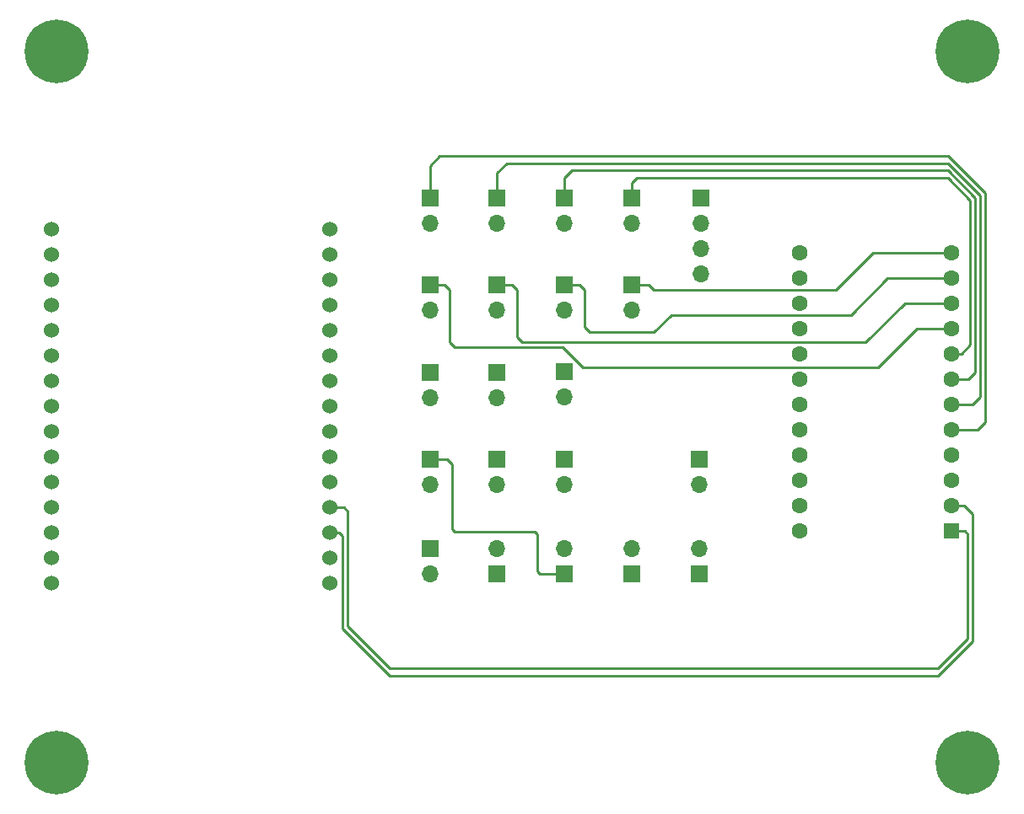
<source format=gbr>
%TF.GenerationSoftware,KiCad,Pcbnew,(6.0.1)*%
%TF.CreationDate,2023-02-06T14:24:32-05:00*%
%TF.ProjectId,Manette_JM,4d616e65-7474-4655-9f4a-4d2e6b696361,rev?*%
%TF.SameCoordinates,Original*%
%TF.FileFunction,Copper,L2,Inr*%
%TF.FilePolarity,Positive*%
%FSLAX46Y46*%
G04 Gerber Fmt 4.6, Leading zero omitted, Abs format (unit mm)*
G04 Created by KiCad (PCBNEW (6.0.1)) date 2023-02-06 14:24:32*
%MOMM*%
%LPD*%
G01*
G04 APERTURE LIST*
%TA.AperFunction,ComponentPad*%
%ADD10C,0.800000*%
%TD*%
%TA.AperFunction,ComponentPad*%
%ADD11C,6.400000*%
%TD*%
%TA.AperFunction,ComponentPad*%
%ADD12R,1.700000X1.700000*%
%TD*%
%TA.AperFunction,ComponentPad*%
%ADD13O,1.700000X1.700000*%
%TD*%
%TA.AperFunction,ComponentPad*%
%ADD14R,1.600000X1.600000*%
%TD*%
%TA.AperFunction,ComponentPad*%
%ADD15C,1.600000*%
%TD*%
%TA.AperFunction,ComponentPad*%
%ADD16C,1.524000*%
%TD*%
%TA.AperFunction,Conductor*%
%ADD17C,0.250000*%
%TD*%
G04 APERTURE END LIST*
D10*
%TO.N,unconnected-(H4-Pad1)*%
%TO.C,H4*%
X197250000Y-37350000D03*
X198947056Y-41447056D03*
X198947056Y-38052944D03*
X199650000Y-39750000D03*
D11*
X197250000Y-39750000D03*
D10*
X197250000Y-42150000D03*
X195552944Y-38052944D03*
X195552944Y-41447056D03*
X194850000Y-39750000D03*
%TD*%
%TO.N,unconnected-(H3-Pad1)*%
%TO.C,H3*%
X197250000Y-108850000D03*
X198947056Y-112947056D03*
X198947056Y-109552944D03*
X199650000Y-111250000D03*
D11*
X197250000Y-111250000D03*
D10*
X197250000Y-113650000D03*
X195552944Y-109552944D03*
X195552944Y-112947056D03*
X194850000Y-111250000D03*
%TD*%
%TO.N,unconnected-(H2-Pad1)*%
%TO.C,H2*%
X105750000Y-108850000D03*
X107447056Y-112947056D03*
X107447056Y-109552944D03*
X108150000Y-111250000D03*
D11*
X105750000Y-111250000D03*
D10*
X105750000Y-113650000D03*
X104052944Y-109552944D03*
X104052944Y-112947056D03*
X103350000Y-111250000D03*
%TD*%
%TO.N,unconnected-(H1-Pad1)*%
%TO.C,H1*%
X105750000Y-37350000D03*
X107447056Y-41447056D03*
X107447056Y-38052944D03*
X108150000Y-39750000D03*
D11*
X105750000Y-39750000D03*
D10*
X105750000Y-42150000D03*
X104052944Y-38052944D03*
X104052944Y-41447056D03*
X103350000Y-39750000D03*
%TD*%
D12*
%TO.N,Net-(J20-Pad1)*%
%TO.C,J20*%
X170250000Y-80750000D03*
D13*
%TO.N,GND*%
X170250000Y-83290000D03*
%TD*%
D12*
%TO.N,D3*%
%TO.C,J2*%
X150000000Y-54500000D03*
D13*
%TO.N,VCC*%
X150000000Y-57040000D03*
%TD*%
D12*
%TO.N,D16*%
%TO.C,J10*%
X150000000Y-72000000D03*
D13*
%TO.N,VCC*%
X150000000Y-74540000D03*
%TD*%
D14*
%TO.N,Net-(U1-Pad19)*%
%TO.C,U2*%
X195620000Y-87949999D03*
D15*
%TO.N,Net-(U1-Pad18)*%
X195620000Y-85409999D03*
%TO.N,GND*%
X195620000Y-82869999D03*
X195620000Y-80329999D03*
%TO.N,D2*%
X195620000Y-77789999D03*
%TO.N,D3*%
X195620000Y-75249999D03*
%TO.N,D4*%
X195620000Y-72709999D03*
%TO.N,D5*%
X195620000Y-70169999D03*
%TO.N,D6*%
X195620000Y-67629999D03*
%TO.N,D7*%
X195620000Y-65089999D03*
%TO.N,D8*%
X195620000Y-62549999D03*
%TO.N,D9*%
X195620000Y-60009999D03*
%TO.N,D10*%
X180380000Y-60009999D03*
%TO.N,D16*%
X180380000Y-62549999D03*
%TO.N,D14*%
X180380000Y-65089999D03*
%TO.N,D15*%
X180380000Y-67629999D03*
%TO.N,A0*%
X180380000Y-70169999D03*
%TO.N,A1*%
X180380000Y-72709999D03*
%TO.N,D20*%
X180380000Y-75249999D03*
%TO.N,D21*%
X180380000Y-77789999D03*
%TO.N,VCC*%
X180380000Y-80329999D03*
%TO.N,unconnected-(U2-Pad22)*%
X180380000Y-82869999D03*
%TO.N,GND*%
X180380000Y-85409999D03*
%TO.N,unconnected-(U2-Pad24)*%
X180380000Y-87949999D03*
%TD*%
D12*
%TO.N,D14*%
%TO.C,J11*%
X156750000Y-71985000D03*
D13*
%TO.N,VCC*%
X156750000Y-74525000D03*
%TD*%
D12*
%TO.N,D4*%
%TO.C,J3*%
X156750000Y-54500000D03*
D13*
%TO.N,VCC*%
X156750000Y-57040000D03*
%TD*%
D12*
%TO.N,D2*%
%TO.C,J1*%
X143250000Y-54500000D03*
D13*
%TO.N,VCC*%
X143250000Y-57040000D03*
%TD*%
D12*
%TO.N,D14*%
%TO.C,J16*%
X150000000Y-92250000D03*
D13*
%TO.N,VCC*%
X150000000Y-89710000D03*
%TD*%
D12*
%TO.N,D15*%
%TO.C,J12*%
X143250000Y-80750000D03*
D13*
%TO.N,VCC*%
X143250000Y-83290000D03*
%TD*%
D16*
%TO.N,unconnected-(U1-Pad1)*%
%TO.C,U1*%
X105280000Y-57680000D03*
%TO.N,unconnected-(U1-Pad2)*%
X105280000Y-60220000D03*
%TO.N,unconnected-(U1-Pad3)*%
X105280000Y-62760000D03*
%TO.N,unconnected-(U1-Pad4)*%
X105280000Y-65300000D03*
%TO.N,unconnected-(U1-Pad5)*%
X105280000Y-67840000D03*
%TO.N,unconnected-(U1-Pad6)*%
X105280000Y-70380000D03*
%TO.N,unconnected-(U1-Pad7)*%
X105280000Y-72920000D03*
%TO.N,unconnected-(U1-Pad8)*%
X105280000Y-75460000D03*
%TO.N,unconnected-(U1-Pad9)*%
X105280000Y-78000000D03*
%TO.N,GND*%
X105280000Y-80540000D03*
%TO.N,unconnected-(U1-Pad11)*%
X105280000Y-83080000D03*
%TO.N,unconnected-(U1-Pad12)*%
X105280000Y-85620000D03*
%TO.N,unconnected-(U1-Pad13)*%
X105280000Y-88160000D03*
%TO.N,GND*%
X105280000Y-90700000D03*
%TO.N,VCC*%
X105280000Y-93240000D03*
%TO.N,unconnected-(U1-Pad16)*%
X133220000Y-93240000D03*
%TO.N,GND*%
X133220000Y-90700000D03*
%TO.N,Net-(U1-Pad18)*%
X133220000Y-88160000D03*
%TO.N,Net-(U1-Pad19)*%
X133220000Y-85620000D03*
%TO.N,unconnected-(U1-Pad20)*%
X133220000Y-83080000D03*
%TO.N,unconnected-(U1-Pad21)*%
X133220000Y-80540000D03*
%TO.N,unconnected-(U1-Pad22)*%
X133220000Y-78000000D03*
%TO.N,unconnected-(U1-Pad23)*%
X133220000Y-75460000D03*
%TO.N,GND*%
X133220000Y-72920000D03*
%TO.N,unconnected-(U1-Pad25)*%
X133220000Y-70380000D03*
%TO.N,unconnected-(U1-Pad26)*%
X133220000Y-67840000D03*
%TO.N,unconnected-(U1-Pad27)*%
X133220000Y-65300000D03*
%TO.N,unconnected-(U1-Pad28)*%
X133220000Y-62760000D03*
%TO.N,unconnected-(U1-Pad29)*%
X133220000Y-60220000D03*
%TO.N,unconnected-(U1-Pad30)*%
X133220000Y-57680000D03*
%TD*%
D12*
%TO.N,D16*%
%TO.C,J15*%
X143250000Y-89750000D03*
D13*
%TO.N,VCC*%
X143250000Y-92290000D03*
%TD*%
D12*
%TO.N,D6*%
%TO.C,J5*%
X143250000Y-63250000D03*
D13*
%TO.N,VCC*%
X143250000Y-65790000D03*
%TD*%
D12*
%TO.N,A0*%
%TO.C,J21*%
X170500000Y-54525000D03*
D13*
%TO.N,A1*%
X170500000Y-57065000D03*
%TO.N,GND*%
X170500000Y-59605000D03*
%TO.N,VCC*%
X170500000Y-62145000D03*
%TD*%
D12*
%TO.N,D10*%
%TO.C,J9*%
X143250000Y-72000000D03*
D13*
%TO.N,VCC*%
X143250000Y-74540000D03*
%TD*%
D12*
%TO.N,D7*%
%TO.C,J6*%
X150000000Y-63250000D03*
D13*
%TO.N,VCC*%
X150000000Y-65790000D03*
%TD*%
D12*
%TO.N,D5*%
%TO.C,J4*%
X163500000Y-54500000D03*
D13*
%TO.N,VCC*%
X163500000Y-57040000D03*
%TD*%
D12*
%TO.N,D9*%
%TO.C,J8*%
X163500000Y-63250000D03*
D13*
%TO.N,VCC*%
X163500000Y-65790000D03*
%TD*%
D12*
%TO.N,D21*%
%TO.C,J19*%
X170250000Y-92275000D03*
D13*
%TO.N,VCC*%
X170250000Y-89735000D03*
%TD*%
D12*
%TO.N,D20*%
%TO.C,J13*%
X150000000Y-80750000D03*
D13*
%TO.N,VCC*%
X150000000Y-83290000D03*
%TD*%
D12*
%TO.N,D20*%
%TO.C,J18*%
X163500000Y-92250000D03*
D13*
%TO.N,VCC*%
X163500000Y-89710000D03*
%TD*%
D12*
%TO.N,D8*%
%TO.C,J7*%
X156750000Y-63250000D03*
D13*
%TO.N,VCC*%
X156750000Y-65790000D03*
%TD*%
D12*
%TO.N,D21*%
%TO.C,J14*%
X156750000Y-80750000D03*
D13*
%TO.N,VCC*%
X156750000Y-83290000D03*
%TD*%
D12*
%TO.N,D15*%
%TO.C,J17*%
X156750000Y-92250000D03*
D13*
%TO.N,VCC*%
X156750000Y-89710000D03*
%TD*%
D17*
%TO.N,D2*%
X199000000Y-77000000D02*
X198210001Y-77789999D01*
X199000000Y-54000000D02*
X199000000Y-77000000D01*
X144250000Y-50250000D02*
X195250000Y-50250000D01*
X198210001Y-77789999D02*
X195620000Y-77789999D01*
X195250000Y-50250000D02*
X199000000Y-54000000D01*
X143250000Y-51250000D02*
X144250000Y-50250000D01*
X143250000Y-54500000D02*
X143250000Y-51250000D01*
%TO.N,D3*%
X150000000Y-52000000D02*
X151000000Y-51000000D01*
X198500000Y-54250000D02*
X198500000Y-74500000D01*
X197750001Y-75249999D02*
X195620000Y-75249999D01*
X195250000Y-51000000D02*
X198500000Y-54250000D01*
X198500000Y-74500000D02*
X197750001Y-75249999D01*
X151000000Y-51000000D02*
X195250000Y-51000000D01*
X150000000Y-54500000D02*
X150000000Y-52000000D01*
%TO.N,D4*%
X156750000Y-52500000D02*
X157500000Y-51750000D01*
X157500000Y-51750000D02*
X195250000Y-51750000D01*
X195250000Y-51750000D02*
X198000000Y-54500000D01*
X156750000Y-54500000D02*
X156750000Y-52500000D01*
X198000000Y-72000000D02*
X197290001Y-72709999D01*
X198000000Y-54500000D02*
X198000000Y-72000000D01*
X197290001Y-72709999D02*
X195620000Y-72709999D01*
%TO.N,D5*%
X163500000Y-54500000D02*
X163500000Y-53000000D01*
X197500000Y-54750000D02*
X197500000Y-69250000D01*
X164000000Y-52500000D02*
X195250000Y-52500000D01*
X195250000Y-52500000D02*
X197500000Y-54750000D01*
X197500000Y-69250000D02*
X196580001Y-70169999D01*
X163500000Y-53000000D02*
X164000000Y-52500000D01*
X196580001Y-70169999D02*
X195620000Y-70169999D01*
%TO.N,D6*%
X195620000Y-67629999D02*
X192120001Y-67629999D01*
X144750000Y-63250000D02*
X143250000Y-63250000D01*
X156609030Y-69495008D02*
X145745008Y-69495008D01*
X145745008Y-69495008D02*
X145250000Y-69000000D01*
X192120001Y-67629999D02*
X188250000Y-71500000D01*
X158614022Y-71500000D02*
X156609030Y-69495008D01*
X145250000Y-63750000D02*
X144750000Y-63250000D01*
X188250000Y-71500000D02*
X158614022Y-71500000D01*
X145250000Y-69000000D02*
X145250000Y-63750000D01*
%TO.N,D7*%
X195620000Y-65089999D02*
X190910001Y-65089999D01*
X152500000Y-69000000D02*
X152000000Y-68500000D01*
X152000000Y-63750000D02*
X151500000Y-63250000D01*
X190910001Y-65089999D02*
X187000000Y-69000000D01*
X152000000Y-68500000D02*
X152000000Y-63750000D01*
X151500000Y-63250000D02*
X150000000Y-63250000D01*
X187000000Y-69000000D02*
X152500000Y-69000000D01*
%TO.N,D8*%
X165750000Y-68000000D02*
X159250000Y-68000000D01*
X185500000Y-66250000D02*
X167500000Y-66250000D01*
X158750000Y-67500000D02*
X158750000Y-63750000D01*
X159250000Y-68000000D02*
X158750000Y-67500000D01*
X158750000Y-63750000D02*
X158250000Y-63250000D01*
X195620000Y-62549999D02*
X189200001Y-62549999D01*
X158250000Y-63250000D02*
X156750000Y-63250000D01*
X167500000Y-66250000D02*
X165750000Y-68000000D01*
X189200001Y-62549999D02*
X185500000Y-66250000D01*
%TO.N,D9*%
X187740001Y-60009999D02*
X184000000Y-63750000D01*
X195620000Y-60009999D02*
X187740001Y-60009999D01*
X165250000Y-63250000D02*
X163500000Y-63250000D01*
X184000000Y-63750000D02*
X165750000Y-63750000D01*
X165750000Y-63750000D02*
X165250000Y-63250000D01*
%TO.N,D15*%
X154000000Y-88250000D02*
X153750000Y-88000000D01*
X154000000Y-92000000D02*
X154000000Y-88250000D01*
X145500000Y-87750000D02*
X145500000Y-81250000D01*
X145750000Y-88000000D02*
X145500000Y-87750000D01*
X145500000Y-81250000D02*
X145000000Y-80750000D01*
X154250000Y-92250000D02*
X154000000Y-92000000D01*
X145000000Y-80750000D02*
X143250000Y-80750000D01*
X156750000Y-92250000D02*
X154250000Y-92250000D01*
X153750000Y-88000000D02*
X145750000Y-88000000D01*
%TO.N,Net-(U1-Pad19)*%
X135000000Y-86000000D02*
X135000000Y-97500000D01*
X134620000Y-85620000D02*
X135000000Y-86000000D01*
X139250000Y-101750000D02*
X194250000Y-101750000D01*
X194250000Y-101750000D02*
X197250000Y-98750000D01*
X197250000Y-88250000D02*
X196949999Y-87949999D01*
X197250000Y-98750000D02*
X197250000Y-88250000D01*
X135000000Y-97500000D02*
X139250000Y-101750000D01*
X196949999Y-87949999D02*
X195620000Y-87949999D01*
X133220000Y-85620000D02*
X134620000Y-85620000D01*
%TO.N,Net-(U1-Pad18)*%
X134500000Y-97750000D02*
X134500000Y-88500000D01*
X134500000Y-88500000D02*
X134160000Y-88160000D01*
X196909999Y-85409999D02*
X197750000Y-86250000D01*
X194250000Y-102500000D02*
X139250000Y-102500000D01*
X139250000Y-102500000D02*
X134500000Y-97750000D01*
X197750000Y-99000000D02*
X194250000Y-102500000D01*
X134160000Y-88160000D02*
X133220000Y-88160000D01*
X197750000Y-86250000D02*
X197750000Y-99000000D01*
X195620000Y-85409999D02*
X196909999Y-85409999D01*
%TD*%
M02*

</source>
